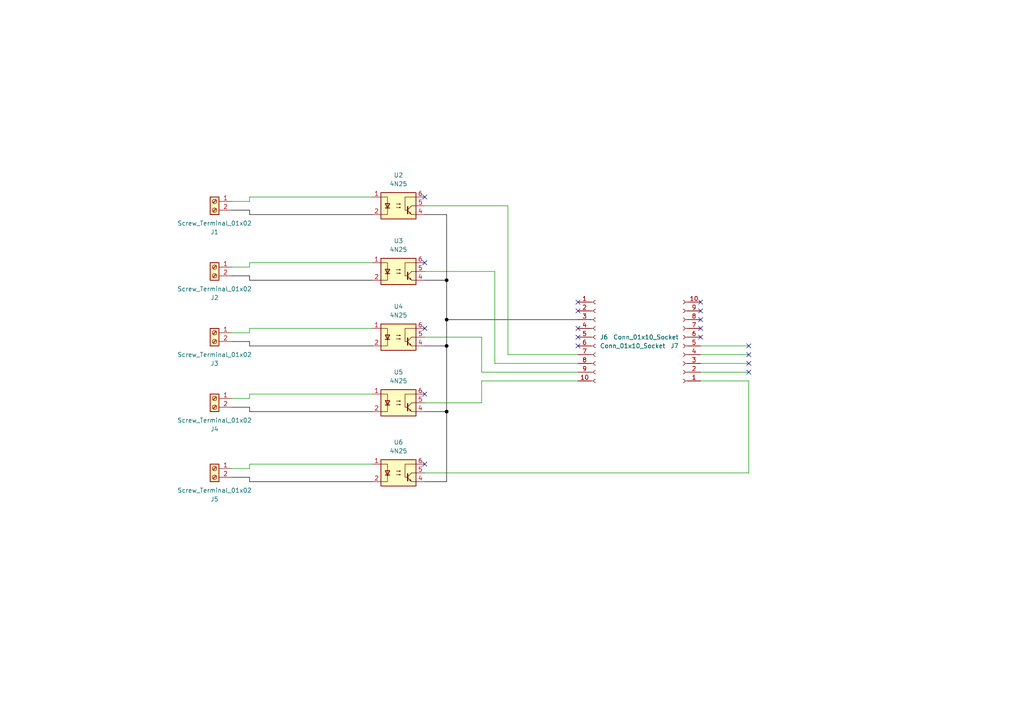
<source format=kicad_sch>
(kicad_sch (version 20231120) (generator "eeschema") (generator_version "8.0")
  (paper "A4")
  (lib_symbols
    (symbol "Connector:Conn_01x10_Socket" (pin_names (offset 1.016) hide)
      (property "Reference" "J" (at 0 12.7 0))
      (property "Value" "Conn_01x10_Socket" (at 0 -15.24 0))
      (symbol "Conn_01x10_Socket_1_1"
        (arc (start 0 -12.192) (mid -0.5058 -12.7) (end 0 -13.208) (stroke (width 0.1524)))
        (arc (start 0 -9.652) (mid -0.5058 -10.16) (end 0 -10.668) (stroke (width 0.1524)))
        (arc (start 0 -7.112) (mid -0.5058 -7.62) (end 0 -8.128) (stroke (width 0.1524)))
        (arc (start 0 -4.572) (mid -0.5058 -5.08) (end 0 -5.588) (stroke (width 0.1524)))
        (arc (start 0 -2.032) (mid -0.5058 -2.54) (end 0 -3.048) (stroke (width 0.1524)))
        (polyline (pts (xy -1.27 -12.7) (xy -0.508 -12.7)) (stroke (width 0.1524)))
        (polyline (pts (xy -1.27 -10.16) (xy -0.508 -10.16)) (stroke (width 0.1524)))
        (polyline (pts (xy -1.27 -7.62) (xy -0.508 -7.62)) (stroke (width 0.1524)))
        (polyline (pts (xy -1.27 -5.08) (xy -0.508 -5.08)) (stroke (width 0.1524)))
        (polyline (pts (xy -1.27 -2.54) (xy -0.508 -2.54)) (stroke (width 0.1524)))
        (polyline (pts (xy -1.27 0) (xy -0.508 0)) (stroke (width 0.1524)))
        (polyline (pts (xy -1.27 2.54) (xy -0.508 2.54)) (stroke (width 0.1524)))
        (polyline (pts (xy -1.27 5.08) (xy -0.508 5.08)) (stroke (width 0.1524)))
        (polyline (pts (xy -1.27 7.62) (xy -0.508 7.62)) (stroke (width 0.1524)))
        (polyline (pts (xy -1.27 10.16) (xy -0.508 10.16)) (stroke (width 0.1524)))
        (arc (start 0 0.508) (mid -0.5058 0) (end 0 -0.508) (stroke (width 0.1524)))
        (arc (start 0 3.048) (mid -0.5058 2.54) (end 0 2.032) (stroke (width 0.1524)))
        (arc (start 0 5.588) (mid -0.5058 5.08) (end 0 4.572) (stroke (width 0.1524)))
        (arc (start 0 8.128) (mid -0.5058 7.62) (end 0 7.112) (stroke (width 0.1524)))
        (arc (start 0 10.668) (mid -0.5058 10.16) (end 0 9.652) (stroke (width 0.1524)))
        (pin passive line (at -5.08 10.16 0) (length 3.81) (name "Pin_1") (number "1"))
        (pin passive line (at -5.08 -12.7 0) (length 3.81) (name "Pin_10") (number "10"))
        (pin passive line (at -5.08 7.62 0) (length 3.81) (name "Pin_2") (number "2"))
        (pin passive line (at -5.08 5.08 0) (length 3.81) (name "Pin_3") (number "3"))
        (pin passive line (at -5.08 2.54 0) (length 3.81) (name "Pin_4") (number "4"))
        (pin passive line (at -5.08 0 0) (length 3.81) (name "Pin_5") (number "5"))
        (pin passive line (at -5.08 -2.54 0) (length 3.81) (name "Pin_6") (number "6"))
        (pin passive line (at -5.08 -5.08 0) (length 3.81) (name "Pin_7") (number "7"))
        (pin passive line (at -5.08 -7.62 0) (length 3.81) (name "Pin_8") (number "8"))
        (pin passive line (at -5.08 -10.16 0) (length 3.81) (name "Pin_9") (number "9"))
      )
    )
    (symbol "Connector:Screw_Terminal_01x02" (pin_names (offset 1.016) hide)
      (property "Reference" "J" (at 0 2.54 0))
      (property "Value" "Screw_Terminal_01x02" (at 0 -5.08 0))
      (symbol "Screw_Terminal_01x02_1_1"
        (rectangle (start -1.27 1.27) (end 1.27 -3.81) (stroke (width 0.254)) (fill (type background)))
        (circle (center 0 -2.54) (radius 0.635) (stroke (width 0.1524)))
        (polyline (pts (xy -0.5334 -2.2098) (xy 0.3302 -3.048)) (stroke (width 0.1524)))
        (polyline (pts (xy -0.5334 0.3302) (xy 0.3302 -0.508)) (stroke (width 0.1524)))
        (polyline (pts (xy -0.3556 -2.032) (xy 0.508 -2.8702)) (stroke (width 0.1524)))
        (polyline (pts (xy -0.3556 0.508) (xy 0.508 -0.3302)) (stroke (width 0.1524)))
        (circle (center 0 0) (radius 0.635) (stroke (width 0.1524)))
        (pin passive line (at -5.08 0 0) (length 3.81) (name "Pin_1") (number "1"))
        (pin passive line (at -5.08 -2.54 0) (length 3.81) (name "Pin_2") (number "2"))
      )
    )
    (symbol "Isolator:4N25" (pin_names (offset 1.016))
      (property "Reference" "U" (at -5.08 5.08 0))
      (property "Value" "4N25" (at 0 5.08 0))
      (symbol "4N25_0_1"
        (rectangle (start -5.08 3.81) (end 5.08 -3.81) (stroke (width 0.254)) (fill (type background)))
        (polyline (pts (xy -3.81 -0.635) (xy -2.54 -0.635)) (stroke (width 0.254)))
        (polyline (pts (xy 2.667 -1.397) (xy 3.81 -2.54)))
        (polyline (pts (xy 2.667 -1.143) (xy 3.81 0)))
        (polyline (pts (xy 3.81 -2.54) (xy 5.08 -2.54)))
        (polyline (pts (xy 3.81 0) (xy 5.08 0)))
        (polyline (pts (xy 2.667 -0.254) (xy 2.667 -2.286) (xy 2.667 -2.286)) (stroke (width 0.3556)))
        (polyline (pts (xy -5.08 -2.54) (xy -3.175 -2.54) (xy -3.175 2.54) (xy -5.08 2.54)))
        (polyline (pts (xy -3.175 -0.635) (xy -3.81 0.635) (xy -2.54 0.635) (xy -3.175 -0.635)) (stroke (width 0.254)))
        (polyline (pts (xy 3.683 -2.413) (xy 3.429 -1.905) (xy 3.175 -2.159) (xy 3.683 -2.413)))
        (polyline (pts (xy 5.08 2.54) (xy 1.905 2.54) (xy 1.905 -1.27) (xy 2.54 -1.27)))
        (polyline (pts (xy -0.635 -0.508) (xy 0.635 -0.508) (xy 0.254 -0.635) (xy 0.254 -0.381) (xy 0.635 -0.508)))
        (polyline (pts (xy -0.635 0.508) (xy 0.635 0.508) (xy 0.254 0.381) (xy 0.254 0.635) (xy 0.635 0.508)))
      )
      (symbol "4N25_1_1"
        (pin passive line (at -7.62 2.54 0) (length 2.54) (name "~") (number "1"))
        (pin passive line (at -7.62 -2.54 0) (length 2.54) (name "~") (number "2"))
        (pin no_connect line (at -5.08 0 0) (length 2.54) hide (name "NC") (number "3"))
        (pin passive line (at 7.62 -2.54 180) (length 2.54) (name "~") (number "4"))
        (pin passive line (at 7.62 0 180) (length 2.54) (name "~") (number "5"))
        (pin passive line (at 7.62 2.54 180) (length 2.54) (name "~") (number "6"))
      )
    )
    (symbol "Screw_Terminal_01x02_1" (pin_names (offset 1.016) hide)
      (property "Reference" "J" (at 0 2.54 0))
      (property "Value" "Screw_Terminal_01x02" (at 0 -5.08 0))
      (symbol "Screw_Terminal_01x02_1_1_1"
        (rectangle (start -1.27 1.27) (end 1.27 -3.81) (stroke (width 0.254)) (fill (type background)))
        (circle (center 0 -2.54) (radius 0.635) (stroke (width 0.1524)))
        (polyline (pts (xy -0.5334 -2.2098) (xy 0.3302 -3.048)) (stroke (width 0.1524)))
        (polyline (pts (xy -0.5334 0.3302) (xy 0.3302 -0.508)) (stroke (width 0.1524)))
        (polyline (pts (xy -0.3556 -2.032) (xy 0.508 -2.8702)) (stroke (width 0.1524)))
        (polyline (pts (xy -0.3556 0.508) (xy 0.508 -0.3302)) (stroke (width 0.1524)))
        (circle (center 0 0) (radius 0.635) (stroke (width 0.1524)))
        (pin passive line (at -5.08 0 0) (length 3.81) (name "Pin_1") (number "1"))
        (pin passive line (at -5.08 -2.54 0) (length 3.81) (name "Pin_2") (number "2"))
      )
    )
  )
  (junction (at 129.54 81.28) (color 5 5 5 1))
  (junction (at 129.54 119.38) (color 0 0 0 1))
  (junction (at 129.54 92.71) (color 0 0 0 1))
  (junction (at 129.54 100.33) (color 0 0 0 1))
  (no_connect (at 123.19 57.15))
  (no_connect (at 123.19 134.62))
  (no_connect (at 203.2 97.79))
  (no_connect (at 123.19 76.2))
  (no_connect (at 167.64 100.33))
  (no_connect (at 203.2 87.63))
  (no_connect (at 217.17 100.33))
  (no_connect (at 123.19 95.25))
  (no_connect (at 203.2 95.25))
  (no_connect (at 167.64 87.63))
  (no_connect (at 167.64 95.25))
  (no_connect (at 217.17 105.41))
  (no_connect (at 123.19 114.3))
  (no_connect (at 203.2 90.17))
  (no_connect (at 167.64 97.79))
  (no_connect (at 203.2 92.71))
  (no_connect (at 217.17 102.87))
  (no_connect (at 167.64 90.17))
  (no_connect (at 217.17 107.95))
  (wire (pts (xy 147.32 59.69) (xy 147.32 102.87)))
  (wire (pts (xy 203.2 102.87) (xy 217.17 102.87)))
  (wire (pts (xy 67.31 135.89) (xy 72.39 135.89)))
  (wire (pts (xy 129.54 92.71) (xy 167.64 92.71)) (stroke (width 0) (color 0 0 0 1)))
  (wire (pts (xy 67.31 99.06) (xy 72.39 99.06)) (stroke (width 0) (color 0 0 0 1)))
  (wire (pts (xy 139.7 107.95) (xy 167.64 107.95)))
  (wire (pts (xy 72.39 57.15) (xy 107.95 57.15)))
  (wire (pts (xy 67.31 77.47) (xy 72.39 77.47)))
  (wire (pts (xy 129.54 100.33) (xy 129.54 119.38)) (stroke (width 0) (color 0 0 0 1)))
  (wire (pts (xy 123.19 78.74) (xy 143.51 78.74)))
  (wire (pts (xy 72.39 139.7) (xy 107.95 139.7)) (stroke (width 0) (color 0 0 0 1)))
  (wire (pts (xy 72.39 81.28) (xy 107.95 81.28)) (stroke (width 0) (color 0 0 0 1)))
  (wire (pts (xy 72.39 95.25) (xy 107.95 95.25)))
  (wire (pts (xy 67.31 58.42) (xy 72.39 58.42)))
  (wire (pts (xy 217.17 110.49) (xy 203.2 110.49)))
  (wire (pts (xy 143.51 105.41) (xy 167.64 105.41)))
  (wire (pts (xy 67.31 118.11) (xy 72.39 118.11)) (stroke (width 0) (color 0 0 0 1)))
  (wire (pts (xy 72.39 76.2) (xy 107.95 76.2)))
  (wire (pts (xy 67.31 115.57) (xy 72.39 115.57)))
  (wire (pts (xy 67.31 80.01) (xy 72.39 80.01)) (stroke (width 0) (color 0 0 0 1)))
  (wire (pts (xy 143.51 78.74) (xy 143.51 105.41)))
  (wire (pts (xy 123.19 100.33) (xy 129.54 100.33)) (stroke (width 0) (color 0 0 0 1)))
  (wire (pts (xy 72.39 134.62) (xy 107.95 134.62)))
  (wire (pts (xy 72.39 114.3) (xy 107.95 114.3)))
  (wire (pts (xy 129.54 119.38) (xy 129.54 139.7)) (stroke (width 0) (color 0 0 0 1)))
  (wire (pts (xy 72.39 60.96) (xy 72.39 62.23)) (stroke (width 0) (color 0 0 0 1)))
  (wire (pts (xy 72.39 80.01) (xy 72.39 81.28)) (stroke (width 0) (color 0 0 0 1)))
  (wire (pts (xy 72.39 135.89) (xy 72.39 134.62)))
  (wire (pts (xy 72.39 118.11) (xy 72.39 119.38)) (stroke (width 0) (color 0 0 0 1)))
  (wire (pts (xy 72.39 115.57) (xy 72.39 114.3)))
  (wire (pts (xy 72.39 138.43) (xy 72.39 139.7)) (stroke (width 0) (color 0 0 0 1)))
  (wire (pts (xy 139.7 116.84) (xy 139.7 110.49)))
  (wire (pts (xy 147.32 102.87) (xy 167.64 102.87)))
  (wire (pts (xy 203.2 100.33) (xy 217.17 100.33)))
  (wire (pts (xy 139.7 110.49) (xy 167.64 110.49)))
  (wire (pts (xy 203.2 107.95) (xy 217.17 107.95)))
  (wire (pts (xy 72.39 62.23) (xy 107.95 62.23)) (stroke (width 0) (color 0 0 0 1)))
  (wire (pts (xy 72.39 58.42) (xy 72.39 57.15)))
  (wire (pts (xy 72.39 96.52) (xy 72.39 95.25)))
  (wire (pts (xy 123.19 119.38) (xy 129.54 119.38)) (stroke (width 0) (color 0 0 0 1)))
  (wire (pts (xy 123.19 97.79) (xy 139.7 97.79)))
  (wire (pts (xy 123.19 137.16) (xy 217.17 137.16)))
  (wire (pts (xy 72.39 119.38) (xy 107.95 119.38)) (stroke (width 0) (color 0 0 0 1)))
  (wire (pts (xy 139.7 97.79) (xy 139.7 107.95)))
  (wire (pts (xy 203.2 105.41) (xy 217.17 105.41)))
  (wire (pts (xy 67.31 96.52) (xy 72.39 96.52)))
  (wire (pts (xy 129.54 81.28) (xy 123.19 81.28)) (stroke (width 0) (color 5 5 5 1)))
  (wire (pts (xy 129.54 81.28) (xy 129.54 92.71)) (stroke (width 0) (color 0 0 0 1)))
  (wire (pts (xy 67.31 60.96) (xy 72.39 60.96)) (stroke (width 0) (color 0 0 0 1)))
  (wire (pts (xy 123.19 139.7) (xy 129.54 139.7)) (stroke (width 0) (color 0 0 0 1)))
  (wire (pts (xy 72.39 100.33) (xy 107.95 100.33)) (stroke (width 0) (color 0 0 0 1)))
  (wire (pts (xy 123.19 116.84) (xy 139.7 116.84)))
  (wire (pts (xy 67.31 138.43) (xy 72.39 138.43)) (stroke (width 0) (color 0 0 0 1)))
  (wire (pts (xy 129.54 62.23) (xy 129.54 81.28)) (stroke (width 0) (color 5 5 5 1)))
  (wire (pts (xy 123.19 62.23) (xy 129.54 62.23)) (stroke (width 0) (color 0 0 0 1)))
  (wire (pts (xy 129.54 92.71) (xy 129.54 100.33)) (stroke (width 0) (color 0 0 0 1)))
  (wire (pts (xy 72.39 77.47) (xy 72.39 76.2)))
  (wire (pts (xy 123.19 59.69) (xy 147.32 59.69)))
  (wire (pts (xy 217.17 110.49) (xy 217.17 137.16)))
  (wire (pts (xy 72.39 99.06) (xy 72.39 100.33)) (stroke (width 0) (color 0 0 0 1)))
  (symbol (lib_id "Connector:Conn_01x10_Socket") (at 198.12 100.33 180) (unit 1)
    (property "Reference" "J7" (at 196.85 100.3301 0) (effects (justify left)))
    (property "Value" "Conn_01x10_Socket" (at 196.85 97.7901 0) (effects (justify left)))
    (property "Footprint" "Connector_PinSocket_2.54mm:PinSocket_1x10_P2.54mm_Vertical" (effects (hide yes)))
    (property "Description" "Generic connector, single row, 01x10, script generated" (effects (hide yes)))
  )
  (symbol (lib_id "Connector:Screw_Terminal_01x02") (at 62.23 115.57 0) (mirror y) (unit 1)
    (property "Reference" "J4" (at 62.23 124.46 0))
    (property "Value" "Screw_Terminal_01x02" (at 62.23 121.92 0))
    (property "Footprint" "TerminalBlock_Phoenix:TerminalBlock_Phoenix_MKDS-1,5-2-5.08_1x02_P5.08mm_Horizontal" (effects (hide yes)))
    (property "Description" "Generic screw terminal, single row, 01x02, script generated (kicad-library-utils/schlib/autogen/connector/)" (effects (hide yes)))
  )
  (symbol (lib_id "Connector:Screw_Terminal_01x02") (at 62.23 96.52 0) (mirror y) (unit 1)
    (property "Reference" "J3" (at 62.23 105.41 0))
    (property "Value" "Screw_Terminal_01x02" (at 62.23 102.87 0))
    (property "Footprint" "TerminalBlock_Phoenix:TerminalBlock_Phoenix_MKDS-1,5-2-5.08_1x02_P5.08mm_Horizontal" (effects (hide yes)))
    (property "Description" "Generic screw terminal, single row, 01x02, script generated (kicad-library-utils/schlib/autogen/connector/)" (effects (hide yes)))
  )
  (symbol (lib_id "Isolator:4N25") (at 115.57 78.74 0) (unit 1)
    (property "Reference" "U3" (at 115.57 69.85 0))
    (property "Value" "4N25" (at 115.57 72.39 0))
    (property "Footprint" "Package_DIP:DIP-6_W7.62mm" (effects (hide yes)))
    (property "Datasheet" "https://www.vishay.com/docs/83725/4n25.pdf" (effects (hide yes)))
    (property "Description" "DC Optocoupler Base Connected, Vce 30V, CTR 20%, Viso 2500V, DIP6" (effects (hide yes)))
  )
  (symbol (lib_id "Connector:Conn_01x10_Socket") (at 172.72 97.79 0) (unit 1)
    (property "Reference" "J6" (at 173.99 97.7899 0) (effects (justify left)))
    (property "Value" "Conn_01x10_Socket" (at 173.99 100.3299 0) (effects (justify left)))
    (property "Footprint" "Connector_PinSocket_2.54mm:PinSocket_1x10_P2.54mm_Vertical" (effects (hide yes)))
    (property "Description" "Generic connector, single row, 01x10, script generated" (effects (hide yes)))
  )
  (symbol (lib_id "Connector:Screw_Terminal_01x02") (at 62.23 77.47 0) (mirror y) (unit 1)
    (property "Reference" "J2" (at 62.23 86.36 0))
    (property "Value" "Screw_Terminal_01x02" (at 62.23 83.82 0))
    (property "Footprint" "TerminalBlock_Phoenix:TerminalBlock_Phoenix_MKDS-1,5-2-5.08_1x02_P5.08mm_Horizontal" (effects (hide yes)))
    (property "Description" "Generic screw terminal, single row, 01x02, script generated (kicad-library-utils/schlib/autogen/connector/)" (effects (hide yes)))
  )
  (symbol (lib_id "Isolator:4N25") (at 115.57 137.16 0) (unit 1)
    (property "Reference" "U6" (at 115.57 128.27 0))
    (property "Value" "4N25" (at 115.57 130.81 0))
    (property "Footprint" "Package_DIP:DIP-6_W7.62mm" (effects (hide yes)))
    (property "Datasheet" "https://www.vishay.com/docs/83725/4n25.pdf" (effects (hide yes)))
    (property "Description" "DC Optocoupler Base Connected, Vce 30V, CTR 20%, Viso 2500V, DIP6" (effects (hide yes)))
  )
  (symbol (lib_id "Connector:Screw_Terminal_01x02") (at 62.23 135.89 0) (mirror y) (unit 1)
    (property "Reference" "J5" (at 62.23 144.78 0))
    (property "Value" "Screw_Terminal_01x02" (at 62.23 142.24 0))
    (property "Footprint" "TerminalBlock_Phoenix:TerminalBlock_Phoenix_MKDS-1,5-2-5.08_1x02_P5.08mm_Horizontal" (effects (hide yes)))
    (property "Description" "Generic screw terminal, single row, 01x02, script generated (kicad-library-utils/schlib/autogen/connector/)" (effects (hide yes)))
  )
  (symbol (lib_id "Isolator:4N25") (at 115.57 97.79 0) (unit 1)
    (property "Reference" "U4" (at 115.57 88.9 0))
    (property "Value" "4N25" (at 115.57 91.44 0))
    (property "Footprint" "Package_DIP:DIP-6_W7.62mm" (effects (hide yes)))
    (property "Datasheet" "https://www.vishay.com/docs/83725/4n25.pdf" (effects (hide yes)))
    (property "Description" "DC Optocoupler Base Connected, Vce 30V, CTR 20%, Viso 2500V, DIP6" (effects (hide yes)))
  )
  (symbol (lib_id "Isolator:4N25") (at 115.57 59.69 0) (unit 1)
    (property "Reference" "U2" (at 115.57 50.8 0))
    (property "Value" "4N25" (at 115.57 53.34 0))
    (property "Footprint" "Package_DIP:DIP-6_W7.62mm" (effects (hide yes)))
    (property "Datasheet" "https://www.vishay.com/docs/83725/4n25.pdf" (effects (hide yes)))
    (property "Description" "DC Optocoupler Base Connected, Vce 30V, CTR 20%, Viso 2500V, DIP6" (effects (hide yes)))
  )
  (symbol (lib_name "Screw_Terminal_01x02_1") (lib_id "Connector:Screw_Terminal_01x02") (at 62.23 58.42 0) (mirror y) (unit 1)
    (property "Reference" "J1" (at 62.23 67.31 0))
    (property "Value" "Screw_Terminal_01x02" (at 62.23 64.77 0))
    (property "Footprint" "TerminalBlock_Phoenix:TerminalBlock_Phoenix_MKDS-1,5-2-5.08_1x02_P5.08mm_Horizontal" (effects (hide yes)))
    (property "Description" "Generic screw terminal, single row, 01x02, script generated (kicad-library-utils/schlib/autogen/connector/)" (effects (hide yes)))
  )
  (symbol (lib_id "Isolator:4N25") (at 115.57 116.84 0) (unit 1)
    (property "Reference" "U5" (at 115.57 107.95 0))
    (property "Value" "4N25" (at 115.57 110.49 0))
    (property "Footprint" "Package_DIP:DIP-6_W7.62mm" (effects (hide yes)))
    (property "Datasheet" "https://www.vishay.com/docs/83725/4n25.pdf" (effects (hide yes)))
    (property "Description" "DC Optocoupler Base Connected, Vce 30V, CTR 20%, Viso 2500V, DIP6" (effects (hide yes)))
  )
)
</source>
